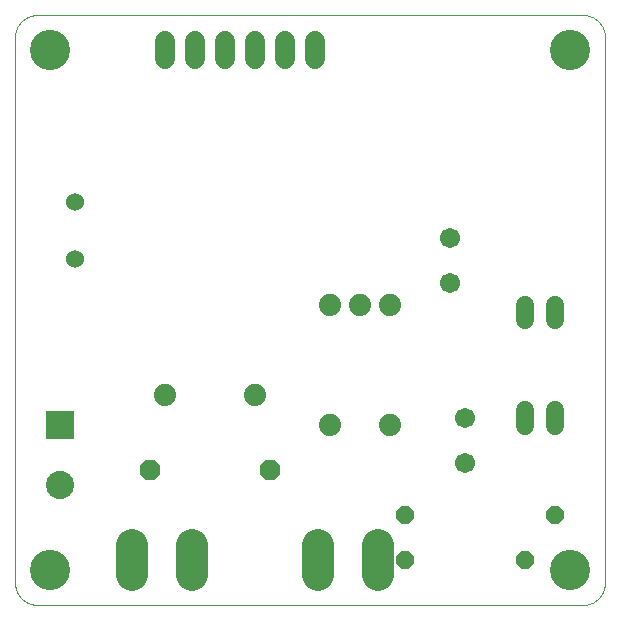
<source format=gbs>
G75*
G70*
%OFA0B0*%
%FSLAX24Y24*%
%IPPOS*%
%LPD*%
%AMOC8*
5,1,8,0,0,1.08239X$1,22.5*
%
%ADD10C,0.0000*%
%ADD11C,0.1340*%
%ADD12C,0.0600*%
%ADD13OC8,0.0680*%
%ADD14C,0.1080*%
%ADD15OC8,0.0600*%
%ADD16C,0.0600*%
%ADD17R,0.0940X0.0940*%
%ADD18C,0.0940*%
%ADD19C,0.0740*%
%ADD20C,0.0680*%
%ADD21C,0.0671*%
D10*
X000180Y000887D02*
X000180Y018998D01*
X000182Y019052D01*
X000187Y019105D01*
X000196Y019158D01*
X000209Y019210D01*
X000225Y019262D01*
X000245Y019312D01*
X000268Y019360D01*
X000295Y019407D01*
X000324Y019452D01*
X000357Y019495D01*
X000392Y019535D01*
X000430Y019573D01*
X000470Y019608D01*
X000513Y019641D01*
X000558Y019670D01*
X000605Y019697D01*
X000653Y019720D01*
X000703Y019740D01*
X000755Y019756D01*
X000807Y019769D01*
X000860Y019778D01*
X000913Y019783D01*
X000967Y019785D01*
X019078Y019785D01*
X019132Y019783D01*
X019185Y019778D01*
X019238Y019769D01*
X019290Y019756D01*
X019342Y019740D01*
X019392Y019720D01*
X019440Y019697D01*
X019487Y019670D01*
X019532Y019641D01*
X019575Y019608D01*
X019615Y019573D01*
X019653Y019535D01*
X019688Y019495D01*
X019721Y019452D01*
X019750Y019407D01*
X019777Y019360D01*
X019800Y019312D01*
X019820Y019262D01*
X019836Y019210D01*
X019849Y019158D01*
X019858Y019105D01*
X019863Y019052D01*
X019865Y018998D01*
X019865Y000887D01*
X019863Y000833D01*
X019858Y000780D01*
X019849Y000727D01*
X019836Y000675D01*
X019820Y000623D01*
X019800Y000573D01*
X019777Y000525D01*
X019750Y000478D01*
X019721Y000433D01*
X019688Y000390D01*
X019653Y000350D01*
X019615Y000312D01*
X019575Y000277D01*
X019532Y000244D01*
X019487Y000215D01*
X019440Y000188D01*
X019392Y000165D01*
X019342Y000145D01*
X019290Y000129D01*
X019238Y000116D01*
X019185Y000107D01*
X019132Y000102D01*
X019078Y000100D01*
X000967Y000100D01*
X000913Y000102D01*
X000860Y000107D01*
X000807Y000116D01*
X000755Y000129D01*
X000703Y000145D01*
X000653Y000165D01*
X000605Y000188D01*
X000558Y000215D01*
X000513Y000244D01*
X000470Y000277D01*
X000430Y000312D01*
X000392Y000350D01*
X000357Y000390D01*
X000324Y000433D01*
X000295Y000478D01*
X000268Y000525D01*
X000245Y000573D01*
X000225Y000623D01*
X000209Y000675D01*
X000196Y000727D01*
X000187Y000780D01*
X000182Y000833D01*
X000180Y000887D01*
D11*
X001361Y001281D03*
X018684Y001281D03*
X018684Y018604D03*
X001361Y018604D03*
D12*
X002180Y013550D03*
X002180Y011650D03*
D13*
X004680Y004600D03*
X008680Y004600D03*
D14*
X010280Y002100D02*
X010280Y001100D01*
X012280Y001100D02*
X012280Y002100D01*
X006080Y002100D02*
X006080Y001100D01*
X004080Y001100D02*
X004080Y002100D01*
D15*
X013180Y001600D03*
X013180Y003100D03*
X017180Y001600D03*
X018180Y003100D03*
D16*
X018180Y006080D02*
X018180Y006600D01*
X017180Y006600D02*
X017180Y006080D01*
X017180Y009600D02*
X017180Y010120D01*
X018180Y010120D02*
X018180Y009600D01*
D17*
X001680Y006100D03*
D18*
X001680Y004100D03*
D19*
X005180Y007100D03*
X008180Y007100D03*
X010680Y006100D03*
X012680Y006100D03*
X012680Y010100D03*
X011680Y010100D03*
X010680Y010100D03*
D20*
X010180Y018300D02*
X010180Y018900D01*
X009180Y018900D02*
X009180Y018300D01*
X008180Y018300D02*
X008180Y018900D01*
X007180Y018900D02*
X007180Y018300D01*
X006180Y018300D02*
X006180Y018900D01*
X005180Y018900D02*
X005180Y018300D01*
D21*
X014680Y012350D03*
X014680Y010850D03*
X015180Y006350D03*
X015180Y004850D03*
M02*

</source>
